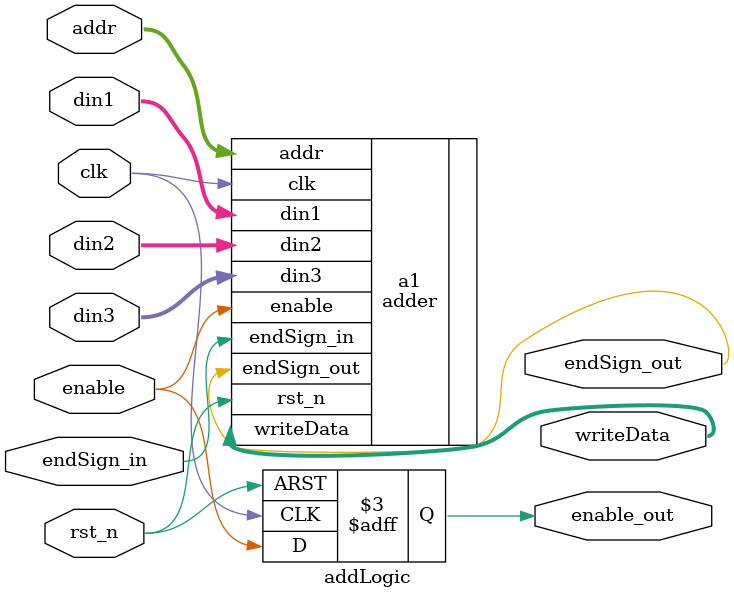
<source format=v>

module addrLogic(
    input clk, rst_n, 
    output [4:0] row, col,
    output [1:0] addr,
    output endSign, enable
);

    wire [2:0] count;    
    wire en1, en2, en3;

    assign enable = en1;
    assign endSign = ((row==5'b11101) && (col==5'b11101) && enable);

    ringCounter X1(.clk(clk), .rst_n(rst_n), .count(count));
    addrEncoder X2(.count(count), .address(addr), .en(en1));    
    counter X3(.clk(clk), .rst_n(rst_n), .en(en1), .value(5'b11101), .out(col), .cout(en2));
    counter X4(.clk(clk), .rst_n(rst_n), .en(en2), .value(5'b11101), .out(row), .cout(en3));
endmodule

module RegLogic(
    input clk, rst_n, endSign_in, enable_in, 
    input [4:0] row, col,
    input [1:0] addr_in,    
    output [7:0] Ival1, Ival2, Ival3, Fval1, Fval2, Fval3,
    output reg endSign_out, enable_out,
    output reg [1:0] addr_out
);
    wire [9:0] Iaddr1, Iaddr2, Iaddr3;
    wire [3:0] Faddr1, Faddr2, Faddr3;

    always @(posedge clk or negedge rst_n) begin
        if(!rst_n) begin            
            endSign_out <= 0;
            enable_out  <= 0;
            addr_out <= 0;            
        end
        else begin
            endSign_out <= endSign_in;
            enable_out  <= enable_in;            
            addr_out <= addr_in;
        end
    end

    imageAddrRegister R1(.clk(clk), .rst_n(rst_n), .cnt(addr_in), .col(col), .row(row), .ad1(Iaddr1), .ad2(Iaddr2), .ad3(Iaddr3));
    image R2(.addr1(Iaddr1), .addr2(Iaddr2), .addr3(Iaddr3), .val1(Ival1), .val2(Ival2), .val3(Ival3));
    
    filterAddrRegister R3(.clk(clk), .rst_n(rst_n), .cnt(addr_in), .ad1(Faddr1), .ad2(Faddr2), .ad3(Faddr3));
    filter R4(.addr1(Faddr1), .addr2(Faddr2), .addr3(Faddr3), .val1(Fval1), .val2(Fval2), .val3(Fval3));

endmodule

module multiplicationLogic(
    input clk, rst_n, endSign_in, enable_in,
    input [1:0] addr_in,
    input [7:0] Iin1, Iin2, Iin3, 
    input [7:0] Fin1, Fin2, Fin3,
    output [15:0] dout1, dout2, dout3,
    output reg endSign_out, enable_out,
    output reg [1:0] addr_out
);
    always @(posedge clk or negedge rst_n) begin
        if(!rst_n) begin            
            endSign_out <= 0;
            enable_out  <= 0;
            addr_out <= 0;
        end
        else begin
            endSign_out <= endSign_in;
            enable_out  <= enable_in;            
            addr_out <= addr_in;
        end
    end

    Multiplicator m1(.clk(clk), .rst_n(rst_n), .din0(Iin1), .din1(Fin1), .dout(dout1));
    Multiplicator m2(.clk(clk), .rst_n(rst_n), .din0(Iin2), .din1(Fin2), .dout(dout2));
    Multiplicator m3(.clk(clk), .rst_n(rst_n), .din0(Iin3), .din1(Fin3), .dout(dout3));    
endmodule

module addLogic (
    input clk, rst_n, 
    input [15:0] din1, din2, din3,
    input [1:0] addr,
    input enable, endSign_in,
    output [15:0] writeData,
    output endSign_out,
    output reg enable_out
);
    always @(posedge clk or negedge rst_n) begin
        if (!rst_n) enable_out <= 0;
        else enable_out <= enable;
    end

    adder a1(.clk(clk), .rst_n(rst_n), .din1(din1), .din2(din2), 
    .din3(din3), .addr(addr), .enable(enable), .endSign_in(endSign_in), .writeData(writeData), .endSign_out(endSign_out));



endmodule
</source>
